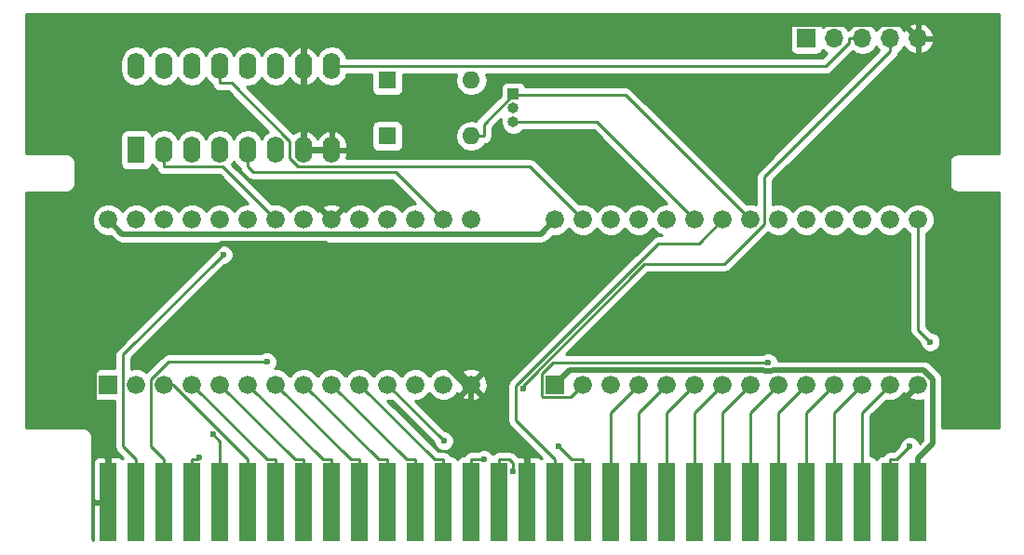
<source format=gtl>
G04 #@! TF.FileFunction,Copper,L1,Top,Signal*
%FSLAX46Y46*%
G04 Gerber Fmt 4.6, Leading zero omitted, Abs format (unit mm)*
G04 Created by KiCad (PCBNEW 4.0.7) date 05/30/18 10:11:05*
%MOMM*%
%LPD*%
G01*
G04 APERTURE LIST*
%ADD10C,0.150000*%
%ADD11R,1.676400X1.676400*%
%ADD12C,1.676400*%
%ADD13R,1.700000X1.700000*%
%ADD14O,1.700000X1.700000*%
%ADD15R,1.524000X7.112000*%
%ADD16R,1.000000X1.000000*%
%ADD17O,1.000000X1.000000*%
%ADD18R,1.600000X1.600000*%
%ADD19O,1.600000X1.600000*%
%ADD20R,1.600000X2.400000*%
%ADD21O,1.600000X2.400000*%
%ADD22C,0.600000*%
%ADD23C,0.500000*%
%ADD24C,0.250000*%
%ADD25C,0.254000*%
G04 APERTURE END LIST*
D10*
D11*
X95250000Y-105181400D03*
D12*
X97790000Y-105181400D03*
X100330000Y-105181400D03*
X102870000Y-105181400D03*
X105410000Y-105181400D03*
X107950000Y-105181400D03*
X110490000Y-105181400D03*
X113030000Y-105181400D03*
X115570000Y-105181400D03*
X118110000Y-105181400D03*
X120650000Y-105181400D03*
X123190000Y-105181400D03*
X125730000Y-105181400D03*
X128270000Y-105181400D03*
X128270000Y-90170000D03*
X125730000Y-90170000D03*
X123190000Y-90170000D03*
X120650000Y-90170000D03*
X118110000Y-90170000D03*
X115570000Y-90170000D03*
X113030000Y-90170000D03*
X110490000Y-90170000D03*
X107950000Y-90170000D03*
X105410000Y-90170000D03*
X102870000Y-90170000D03*
X100330000Y-90170000D03*
X97790000Y-90170000D03*
X95250000Y-90170000D03*
D11*
X135890000Y-105181400D03*
D12*
X138430000Y-105181400D03*
X140970000Y-105181400D03*
X143510000Y-105181400D03*
X146050000Y-105181400D03*
X148590000Y-105181400D03*
X151130000Y-105181400D03*
X153670000Y-105181400D03*
X156210000Y-105181400D03*
X158750000Y-105181400D03*
X161290000Y-105181400D03*
X163830000Y-105181400D03*
X166370000Y-105181400D03*
X168910000Y-105181400D03*
X168910000Y-90170000D03*
X166370000Y-90170000D03*
X163830000Y-90170000D03*
X161290000Y-90170000D03*
X158750000Y-90170000D03*
X156210000Y-90170000D03*
X153670000Y-90170000D03*
X151130000Y-90170000D03*
X148590000Y-90170000D03*
X146050000Y-90170000D03*
X143510000Y-90170000D03*
X140970000Y-90170000D03*
X138430000Y-90170000D03*
X135890000Y-90170000D03*
D13*
X158750000Y-73660000D03*
D14*
X161290000Y-73660000D03*
X163830000Y-73660000D03*
X166370000Y-73660000D03*
X168910000Y-73660000D03*
D15*
X168910000Y-115887500D03*
X166370000Y-115887500D03*
X163830000Y-115887500D03*
X161290000Y-115887500D03*
X158750000Y-115887500D03*
X156210000Y-115887500D03*
X153670000Y-115887500D03*
X151130000Y-115887500D03*
X148590000Y-115887500D03*
X146050000Y-115887500D03*
X143510000Y-115887500D03*
X140970000Y-115887500D03*
X138430000Y-115887500D03*
X135890000Y-115887500D03*
X133350000Y-115887500D03*
X130810000Y-115887500D03*
X128270000Y-115887500D03*
X125730000Y-115887500D03*
X123190000Y-115887500D03*
X120650000Y-115887500D03*
X118110000Y-115887500D03*
X115570000Y-115887500D03*
X113030000Y-115887500D03*
X110490000Y-115887500D03*
X107950000Y-115887500D03*
X105410000Y-115887500D03*
X102870000Y-115887500D03*
X100330000Y-115887500D03*
X97790000Y-115887500D03*
X95250000Y-115887500D03*
D16*
X132080000Y-78740000D03*
D17*
X132080000Y-80010000D03*
X132080000Y-81280000D03*
D18*
X120650000Y-77470000D03*
D19*
X128270000Y-77470000D03*
D18*
X120650000Y-82550000D03*
D19*
X128270000Y-82550000D03*
D20*
X97790000Y-83820000D03*
D21*
X115570000Y-76200000D03*
X100330000Y-83820000D03*
X113030000Y-76200000D03*
X102870000Y-83820000D03*
X110490000Y-76200000D03*
X105410000Y-83820000D03*
X107950000Y-76200000D03*
X107950000Y-83820000D03*
X105410000Y-76200000D03*
X110490000Y-83820000D03*
X102870000Y-76200000D03*
X113030000Y-83820000D03*
X100330000Y-76200000D03*
X115570000Y-83820000D03*
X97790000Y-76200000D03*
D22*
X125777300Y-110308700D03*
X114966100Y-92385600D03*
X109677300Y-103129200D03*
X105686300Y-93354600D03*
X103563100Y-111804100D03*
X104767000Y-109712700D03*
X155269100Y-103215500D03*
X168152300Y-110824600D03*
X170006500Y-101291800D03*
X129436800Y-112006200D03*
X132080000Y-113053000D03*
X132972200Y-105572600D03*
X136175100Y-110790800D03*
D23*
X134601400Y-91458600D02*
X135890000Y-90170000D01*
X96538600Y-91458600D02*
X134601400Y-91458600D01*
X95250000Y-90170000D02*
X96538600Y-91458600D01*
X168910000Y-115887500D02*
X168910000Y-111881200D01*
X170236500Y-110554700D02*
X168910000Y-111881200D01*
X170236500Y-104681100D02*
X170236500Y-110554700D01*
X169435700Y-103880300D02*
X170236500Y-104681100D01*
X155665500Y-103880300D02*
X169435700Y-103880300D01*
X155580000Y-103965800D02*
X155665500Y-103880300D01*
X154958300Y-103965800D02*
X155580000Y-103965800D01*
X154872800Y-103880300D02*
X154958300Y-103965800D01*
X137191100Y-103880300D02*
X154872800Y-103880300D01*
X135890000Y-105181400D02*
X137191100Y-103880300D01*
D24*
X107950000Y-115887500D02*
X107950000Y-112006200D01*
X101125200Y-105181400D02*
X100330000Y-105181400D01*
X107950000Y-112006200D02*
X101125200Y-105181400D01*
X109694800Y-112006200D02*
X102870000Y-105181400D01*
X110490000Y-112006200D02*
X109694800Y-112006200D01*
X110490000Y-115887500D02*
X110490000Y-112006200D01*
X113030000Y-115887500D02*
X113030000Y-112006200D01*
X112234800Y-112006200D02*
X113030000Y-112006200D01*
X105410000Y-105181400D02*
X112234800Y-112006200D01*
X114774800Y-112006200D02*
X107950000Y-105181400D01*
X115570000Y-112006200D02*
X114774800Y-112006200D01*
X115570000Y-115887500D02*
X115570000Y-112006200D01*
X117314800Y-112006200D02*
X110490000Y-105181400D01*
X118110000Y-112006200D02*
X117314800Y-112006200D01*
X118110000Y-115887500D02*
X118110000Y-112006200D01*
X119854800Y-112006200D02*
X113030000Y-105181400D01*
X120650000Y-112006200D02*
X119854800Y-112006200D01*
X120650000Y-115887500D02*
X120650000Y-112006200D01*
X122394800Y-112006200D02*
X115570000Y-105181400D01*
X123190000Y-112006200D02*
X122394800Y-112006200D01*
X123190000Y-115887500D02*
X123190000Y-112006200D01*
X124934800Y-112006200D02*
X118110000Y-105181400D01*
X125730000Y-112006200D02*
X124934800Y-112006200D01*
X125730000Y-115887500D02*
X125730000Y-112006200D01*
X120650000Y-105181400D02*
X125777300Y-110308700D01*
D23*
X115570000Y-83820000D02*
X113030000Y-83820000D01*
X113030000Y-83820000D02*
X113030000Y-76200000D01*
X167605000Y-72355000D02*
X168910000Y-73660000D01*
X115224700Y-72355000D02*
X167605000Y-72355000D01*
X113030000Y-74549700D02*
X115224700Y-72355000D01*
X113030000Y-76200000D02*
X113030000Y-74549700D01*
X133350000Y-115887500D02*
X133350000Y-111881200D01*
X128270000Y-106801200D02*
X133350000Y-111881200D01*
X128270000Y-105181400D02*
X128270000Y-106801200D01*
X127761900Y-105181400D02*
X128270000Y-105181400D01*
X114966100Y-92385600D02*
X127761900Y-105181400D01*
X95250000Y-115887500D02*
X95250000Y-111881200D01*
X93943900Y-110575100D02*
X95250000Y-111881200D01*
X93943900Y-104035900D02*
X93943900Y-110575100D01*
X105594200Y-92385600D02*
X93943900Y-104035900D01*
X114966100Y-92385600D02*
X105594200Y-92385600D01*
D24*
X107950000Y-83820000D02*
X107950000Y-85345300D01*
X121355600Y-85795600D02*
X125730000Y-90170000D01*
X108400300Y-85795600D02*
X121355600Y-85795600D01*
X107950000Y-85345300D02*
X108400300Y-85795600D01*
X100736000Y-103129200D02*
X109677300Y-103129200D01*
X99116300Y-104748900D02*
X100736000Y-103129200D01*
X99116300Y-110792500D02*
X99116300Y-104748900D01*
X100330000Y-112006200D02*
X99116300Y-110792500D01*
X100330000Y-115887500D02*
X100330000Y-112006200D01*
X105665300Y-85345300D02*
X110490000Y-90170000D01*
X100330000Y-85345300D02*
X105665300Y-85345300D01*
X100330000Y-83820000D02*
X100330000Y-85345300D01*
X96620500Y-102420400D02*
X105686300Y-93354600D01*
X96620500Y-110836700D02*
X96620500Y-102420400D01*
X97790000Y-112006200D02*
X96620500Y-110836700D01*
X97790000Y-115887500D02*
X97790000Y-112006200D01*
X102870000Y-115887500D02*
X102870000Y-112006200D01*
X103361000Y-112006200D02*
X103563100Y-111804100D01*
X102870000Y-112006200D02*
X103361000Y-112006200D01*
X105410000Y-110355700D02*
X104767000Y-109712700D01*
X105410000Y-115887500D02*
X105410000Y-110355700D01*
X137266400Y-106345000D02*
X138430000Y-105181400D01*
X134793000Y-106345000D02*
X137266400Y-106345000D01*
X134667600Y-106219600D02*
X134793000Y-106345000D01*
X134667600Y-104213700D02*
X134667600Y-106219600D01*
X135665800Y-103215500D02*
X134667600Y-104213700D01*
X155269100Y-103215500D02*
X135665800Y-103215500D01*
X140970000Y-107721400D02*
X143510000Y-105181400D01*
X140970000Y-115887500D02*
X140970000Y-107721400D01*
X143510000Y-107721400D02*
X146050000Y-105181400D01*
X143510000Y-115887500D02*
X143510000Y-107721400D01*
X146050000Y-107721400D02*
X148590000Y-105181400D01*
X146050000Y-115887500D02*
X146050000Y-107721400D01*
X148590000Y-107721400D02*
X151130000Y-105181400D01*
X148590000Y-115887500D02*
X148590000Y-107721400D01*
X151130000Y-107721400D02*
X153670000Y-105181400D01*
X151130000Y-115887500D02*
X151130000Y-107721400D01*
X153670000Y-107721400D02*
X156210000Y-105181400D01*
X153670000Y-115887500D02*
X153670000Y-107721400D01*
X156210000Y-107721400D02*
X158750000Y-105181400D01*
X156210000Y-115887500D02*
X156210000Y-107721400D01*
X158750000Y-107721400D02*
X161290000Y-105181400D01*
X158750000Y-115887500D02*
X158750000Y-107721400D01*
X161290000Y-107721400D02*
X163830000Y-105181400D01*
X161290000Y-115887500D02*
X161290000Y-107721400D01*
X163830000Y-107721400D02*
X166370000Y-105181400D01*
X163830000Y-115887500D02*
X163830000Y-107721400D01*
X166970700Y-112006200D02*
X168152300Y-110824600D01*
X166370000Y-112006200D02*
X166970700Y-112006200D01*
X168910000Y-100195300D02*
X168910000Y-90170000D01*
X170006500Y-101291800D02*
X168910000Y-100195300D01*
X166370000Y-115887500D02*
X166370000Y-112006200D01*
X128270000Y-82550000D02*
X129395300Y-82550000D01*
X132080000Y-78791300D02*
X132080000Y-78740000D01*
X129395300Y-81476000D02*
X132080000Y-78791300D01*
X129395300Y-82550000D02*
X129395300Y-81476000D01*
X142291300Y-78791300D02*
X153670000Y-90170000D01*
X132080000Y-78791300D02*
X142291300Y-78791300D01*
X135890000Y-115887500D02*
X135890000Y-112006200D01*
X132346900Y-108463100D02*
X135890000Y-112006200D01*
X132346900Y-105260600D02*
X132346900Y-108463100D01*
X145258000Y-92349500D02*
X132346900Y-105260600D01*
X148950500Y-92349500D02*
X145258000Y-92349500D01*
X151130000Y-90170000D02*
X148950500Y-92349500D01*
X139700000Y-81280000D02*
X148590000Y-90170000D01*
X132080000Y-81280000D02*
X139700000Y-81280000D01*
X133605300Y-85345300D02*
X138430000Y-90170000D01*
X112535800Y-85345300D02*
X133605300Y-85345300D01*
X111760000Y-84569500D02*
X112535800Y-85345300D01*
X111760000Y-83026700D02*
X111760000Y-84569500D01*
X106458600Y-77725300D02*
X111760000Y-83026700D01*
X105410000Y-77725300D02*
X106458600Y-77725300D01*
X105410000Y-76200000D02*
X105410000Y-77725300D01*
X162654700Y-74027300D02*
X162654700Y-73660000D01*
X160482000Y-76200000D02*
X162654700Y-74027300D01*
X115570000Y-76200000D02*
X160482000Y-76200000D01*
X163830000Y-73660000D02*
X162654700Y-73660000D01*
X128270000Y-115887500D02*
X128270000Y-112006200D01*
X129436800Y-112006200D02*
X128270000Y-112006200D01*
X132079900Y-113053000D02*
X132080000Y-113053000D01*
X132079900Y-112324700D02*
X132079900Y-113053000D01*
X131761400Y-112006200D02*
X132079900Y-112324700D01*
X130810000Y-112006200D02*
X131761400Y-112006200D01*
X166370000Y-73660000D02*
X166370000Y-74835300D01*
X130810000Y-115887500D02*
X130810000Y-112006200D01*
X154940000Y-86265300D02*
X166370000Y-74835300D01*
X154940000Y-90577600D02*
X154940000Y-86265300D01*
X151306200Y-94211400D02*
X154940000Y-90577600D01*
X144033000Y-94211400D02*
X151306200Y-94211400D01*
X132972200Y-105272200D02*
X144033000Y-94211400D01*
X132972200Y-105572600D02*
X132972200Y-105272200D01*
X138430000Y-115887500D02*
X138430000Y-112006200D01*
X137390500Y-112006200D02*
X138430000Y-112006200D01*
X136175100Y-110790800D02*
X137390500Y-112006200D01*
D25*
G36*
X176229100Y-84149100D02*
X172491100Y-84149100D01*
X172199495Y-84207104D01*
X171952285Y-84372285D01*
X171787104Y-84619495D01*
X171729100Y-84911100D01*
X171729100Y-86911100D01*
X171787104Y-87202705D01*
X171952285Y-87449915D01*
X172199495Y-87615096D01*
X172491100Y-87673100D01*
X176229100Y-87673100D01*
X176229100Y-109149100D01*
X171121500Y-109149100D01*
X171121500Y-104681105D01*
X171121501Y-104681100D01*
X171054133Y-104342425D01*
X171028775Y-104304474D01*
X170862290Y-104055310D01*
X170862287Y-104055308D01*
X170061490Y-103254510D01*
X169950576Y-103180400D01*
X169774375Y-103062667D01*
X169718184Y-103051490D01*
X169435700Y-102995299D01*
X169435695Y-102995300D01*
X156189787Y-102995300D01*
X156062217Y-102686557D01*
X155799427Y-102423308D01*
X155455899Y-102280662D01*
X155083933Y-102280338D01*
X154740157Y-102422383D01*
X154706982Y-102455500D01*
X136863702Y-102455500D01*
X144347802Y-94971400D01*
X151306200Y-94971400D01*
X151597039Y-94913548D01*
X151843601Y-94748801D01*
X155274398Y-91318004D01*
X155374409Y-91418190D01*
X155915677Y-91642944D01*
X156501752Y-91643455D01*
X157043411Y-91419647D01*
X157458190Y-91005591D01*
X157479775Y-90953608D01*
X157500353Y-91003411D01*
X157914409Y-91418190D01*
X158455677Y-91642944D01*
X159041752Y-91643455D01*
X159583411Y-91419647D01*
X159998190Y-91005591D01*
X160019775Y-90953608D01*
X160040353Y-91003411D01*
X160454409Y-91418190D01*
X160995677Y-91642944D01*
X161581752Y-91643455D01*
X162123411Y-91419647D01*
X162538190Y-91005591D01*
X162559775Y-90953608D01*
X162580353Y-91003411D01*
X162994409Y-91418190D01*
X163535677Y-91642944D01*
X164121752Y-91643455D01*
X164663411Y-91419647D01*
X165078190Y-91005591D01*
X165099775Y-90953608D01*
X165120353Y-91003411D01*
X165534409Y-91418190D01*
X166075677Y-91642944D01*
X166661752Y-91643455D01*
X167203411Y-91419647D01*
X167618190Y-91005591D01*
X167639775Y-90953608D01*
X167660353Y-91003411D01*
X168074409Y-91418190D01*
X168150000Y-91449578D01*
X168150000Y-100195300D01*
X168207852Y-100486139D01*
X168372599Y-100732701D01*
X169071378Y-101431480D01*
X169071338Y-101476967D01*
X169213383Y-101820743D01*
X169476173Y-102083992D01*
X169819701Y-102226638D01*
X170191667Y-102226962D01*
X170535443Y-102084917D01*
X170798692Y-101822127D01*
X170941338Y-101478599D01*
X170941662Y-101106633D01*
X170799617Y-100762857D01*
X170536827Y-100499608D01*
X170193299Y-100356962D01*
X170146423Y-100356921D01*
X169670000Y-99880498D01*
X169670000Y-91449980D01*
X169743411Y-91419647D01*
X170158190Y-91005591D01*
X170382944Y-90464323D01*
X170383455Y-89878248D01*
X170159647Y-89336589D01*
X169745591Y-88921810D01*
X169204323Y-88697056D01*
X168618248Y-88696545D01*
X168076589Y-88920353D01*
X167661810Y-89334409D01*
X167640225Y-89386392D01*
X167619647Y-89336589D01*
X167205591Y-88921810D01*
X166664323Y-88697056D01*
X166078248Y-88696545D01*
X165536589Y-88920353D01*
X165121810Y-89334409D01*
X165100225Y-89386392D01*
X165079647Y-89336589D01*
X164665591Y-88921810D01*
X164124323Y-88697056D01*
X163538248Y-88696545D01*
X162996589Y-88920353D01*
X162581810Y-89334409D01*
X162560225Y-89386392D01*
X162539647Y-89336589D01*
X162125591Y-88921810D01*
X161584323Y-88697056D01*
X160998248Y-88696545D01*
X160456589Y-88920353D01*
X160041810Y-89334409D01*
X160020225Y-89386392D01*
X159999647Y-89336589D01*
X159585591Y-88921810D01*
X159044323Y-88697056D01*
X158458248Y-88696545D01*
X157916589Y-88920353D01*
X157501810Y-89334409D01*
X157480225Y-89386392D01*
X157459647Y-89336589D01*
X157045591Y-88921810D01*
X156504323Y-88697056D01*
X155918248Y-88696545D01*
X155700000Y-88786723D01*
X155700000Y-86580102D01*
X166907401Y-75372701D01*
X167072148Y-75126139D01*
X167107598Y-74947923D01*
X167420054Y-74739147D01*
X167647702Y-74398447D01*
X167714817Y-74541358D01*
X168143076Y-74931645D01*
X168553110Y-75101476D01*
X168783000Y-74980155D01*
X168783000Y-73787000D01*
X169037000Y-73787000D01*
X169037000Y-74980155D01*
X169266890Y-75101476D01*
X169676924Y-74931645D01*
X170105183Y-74541358D01*
X170351486Y-74016892D01*
X170230819Y-73787000D01*
X169037000Y-73787000D01*
X168783000Y-73787000D01*
X168763000Y-73787000D01*
X168763000Y-73533000D01*
X168783000Y-73533000D01*
X168783000Y-72339845D01*
X169037000Y-72339845D01*
X169037000Y-73533000D01*
X170230819Y-73533000D01*
X170351486Y-73303108D01*
X170105183Y-72778642D01*
X169676924Y-72388355D01*
X169266890Y-72218524D01*
X169037000Y-72339845D01*
X168783000Y-72339845D01*
X168553110Y-72218524D01*
X168143076Y-72388355D01*
X167714817Y-72778642D01*
X167647702Y-72921553D01*
X167420054Y-72580853D01*
X166938285Y-72258946D01*
X166370000Y-72145907D01*
X165801715Y-72258946D01*
X165319946Y-72580853D01*
X165100000Y-72910026D01*
X164880054Y-72580853D01*
X164398285Y-72258946D01*
X163830000Y-72145907D01*
X163261715Y-72258946D01*
X162779946Y-72580853D01*
X162560000Y-72910026D01*
X162340054Y-72580853D01*
X161858285Y-72258946D01*
X161290000Y-72145907D01*
X160721715Y-72258946D01*
X160239946Y-72580853D01*
X160212150Y-72622452D01*
X160203162Y-72574683D01*
X160064090Y-72358559D01*
X159851890Y-72213569D01*
X159600000Y-72162560D01*
X157900000Y-72162560D01*
X157664683Y-72206838D01*
X157448559Y-72345910D01*
X157303569Y-72558110D01*
X157252560Y-72810000D01*
X157252560Y-74510000D01*
X157296838Y-74745317D01*
X157435910Y-74961441D01*
X157648110Y-75106431D01*
X157900000Y-75157440D01*
X159600000Y-75157440D01*
X159835317Y-75113162D01*
X160051441Y-74974090D01*
X160196431Y-74761890D01*
X160210086Y-74694459D01*
X160239946Y-74739147D01*
X160616468Y-74990730D01*
X160167198Y-75440000D01*
X116940542Y-75440000D01*
X116895767Y-75214899D01*
X116584698Y-74749352D01*
X116119151Y-74438283D01*
X115570000Y-74329050D01*
X115020849Y-74438283D01*
X114555302Y-74749352D01*
X114302493Y-75127707D01*
X113954896Y-74695500D01*
X113461819Y-74425633D01*
X113379039Y-74408096D01*
X113157000Y-74530085D01*
X113157000Y-76073000D01*
X113177000Y-76073000D01*
X113177000Y-76327000D01*
X113157000Y-76327000D01*
X113157000Y-77869915D01*
X113379039Y-77991904D01*
X113461819Y-77974367D01*
X113954896Y-77704500D01*
X114302493Y-77272293D01*
X114555302Y-77650648D01*
X115020849Y-77961717D01*
X115570000Y-78070950D01*
X116119151Y-77961717D01*
X116584698Y-77650648D01*
X116895767Y-77185101D01*
X116940542Y-76960000D01*
X119202560Y-76960000D01*
X119202560Y-78270000D01*
X119246838Y-78505317D01*
X119385910Y-78721441D01*
X119598110Y-78866431D01*
X119850000Y-78917440D01*
X121450000Y-78917440D01*
X121685317Y-78873162D01*
X121901441Y-78734090D01*
X122046431Y-78521890D01*
X122097440Y-78270000D01*
X122097440Y-76960000D01*
X126908332Y-76960000D01*
X126806887Y-77470000D01*
X126916120Y-78019151D01*
X127227189Y-78484698D01*
X127692736Y-78795767D01*
X128241887Y-78905000D01*
X128298113Y-78905000D01*
X128847264Y-78795767D01*
X129312811Y-78484698D01*
X129623880Y-78019151D01*
X129733113Y-77470000D01*
X129631668Y-76960000D01*
X160482000Y-76960000D01*
X160772839Y-76902148D01*
X161019401Y-76737401D01*
X162922442Y-74834360D01*
X163261715Y-75061054D01*
X163830000Y-75174093D01*
X164398285Y-75061054D01*
X164880054Y-74739147D01*
X165100000Y-74409974D01*
X165319946Y-74739147D01*
X165362750Y-74767748D01*
X154402599Y-85727899D01*
X154237852Y-85974461D01*
X154180000Y-86265300D01*
X154180000Y-88786613D01*
X153964323Y-88697056D01*
X153378248Y-88696545D01*
X153302603Y-88727801D01*
X142828701Y-78253899D01*
X142582139Y-78089152D01*
X142291300Y-78031300D01*
X133188170Y-78031300D01*
X133183162Y-78004683D01*
X133044090Y-77788559D01*
X132831890Y-77643569D01*
X132580000Y-77592560D01*
X131580000Y-77592560D01*
X131344683Y-77636838D01*
X131128559Y-77775910D01*
X130983569Y-77988110D01*
X130932560Y-78240000D01*
X130932560Y-78863938D01*
X128857899Y-80938599D01*
X128693152Y-81185161D01*
X128691541Y-81193258D01*
X128298113Y-81115000D01*
X128241887Y-81115000D01*
X127692736Y-81224233D01*
X127227189Y-81535302D01*
X126916120Y-82000849D01*
X126806887Y-82550000D01*
X126916120Y-83099151D01*
X127227189Y-83564698D01*
X127692736Y-83875767D01*
X128241887Y-83985000D01*
X128298113Y-83985000D01*
X128847264Y-83875767D01*
X129312811Y-83564698D01*
X129496437Y-83289882D01*
X129686139Y-83252148D01*
X129932701Y-83087401D01*
X130097448Y-82840839D01*
X130155300Y-82550000D01*
X130155300Y-81790802D01*
X130986494Y-80959608D01*
X130922764Y-81280000D01*
X131009161Y-81714346D01*
X131255198Y-82082566D01*
X131623418Y-82328603D01*
X132057764Y-82415000D01*
X132102236Y-82415000D01*
X132536582Y-82328603D01*
X132904802Y-82082566D01*
X132933244Y-82040000D01*
X139385198Y-82040000D01*
X146041990Y-88696792D01*
X145758248Y-88696545D01*
X145216589Y-88920353D01*
X144801810Y-89334409D01*
X144780225Y-89386392D01*
X144759647Y-89336589D01*
X144345591Y-88921810D01*
X143804323Y-88697056D01*
X143218248Y-88696545D01*
X142676589Y-88920353D01*
X142261810Y-89334409D01*
X142240225Y-89386392D01*
X142219647Y-89336589D01*
X141805591Y-88921810D01*
X141264323Y-88697056D01*
X140678248Y-88696545D01*
X140136589Y-88920353D01*
X139721810Y-89334409D01*
X139700225Y-89386392D01*
X139679647Y-89336589D01*
X139265591Y-88921810D01*
X138724323Y-88697056D01*
X138138248Y-88696545D01*
X138062603Y-88727801D01*
X134142701Y-84807899D01*
X133896139Y-84643152D01*
X133605300Y-84585300D01*
X116935282Y-84585300D01*
X117005000Y-84347000D01*
X117005000Y-83947000D01*
X115697000Y-83947000D01*
X115697000Y-83967000D01*
X115443000Y-83967000D01*
X115443000Y-83947000D01*
X113157000Y-83947000D01*
X113157000Y-83967000D01*
X112903000Y-83967000D01*
X112903000Y-83947000D01*
X112883000Y-83947000D01*
X112883000Y-83693000D01*
X112903000Y-83693000D01*
X112903000Y-82150085D01*
X113157000Y-82150085D01*
X113157000Y-83693000D01*
X115443000Y-83693000D01*
X115443000Y-82150085D01*
X115697000Y-82150085D01*
X115697000Y-83693000D01*
X117005000Y-83693000D01*
X117005000Y-83293000D01*
X116847166Y-82753517D01*
X116494896Y-82315500D01*
X116001819Y-82045633D01*
X115919039Y-82028096D01*
X115697000Y-82150085D01*
X115443000Y-82150085D01*
X115220961Y-82028096D01*
X115138181Y-82045633D01*
X114645104Y-82315500D01*
X114300000Y-82744607D01*
X113954896Y-82315500D01*
X113461819Y-82045633D01*
X113379039Y-82028096D01*
X113157000Y-82150085D01*
X112903000Y-82150085D01*
X112680961Y-82028096D01*
X112598181Y-82045633D01*
X112117059Y-82308957D01*
X111558102Y-81750000D01*
X119202560Y-81750000D01*
X119202560Y-83350000D01*
X119246838Y-83585317D01*
X119385910Y-83801441D01*
X119598110Y-83946431D01*
X119850000Y-83997440D01*
X121450000Y-83997440D01*
X121685317Y-83953162D01*
X121901441Y-83814090D01*
X122046431Y-83601890D01*
X122097440Y-83350000D01*
X122097440Y-81750000D01*
X122053162Y-81514683D01*
X121914090Y-81298559D01*
X121701890Y-81153569D01*
X121450000Y-81102560D01*
X119850000Y-81102560D01*
X119614683Y-81146838D01*
X119398559Y-81285910D01*
X119253569Y-81498110D01*
X119202560Y-81750000D01*
X111558102Y-81750000D01*
X107861435Y-78053333D01*
X107950000Y-78070950D01*
X108499151Y-77961717D01*
X108964698Y-77650648D01*
X109220000Y-77268562D01*
X109475302Y-77650648D01*
X109940849Y-77961717D01*
X110490000Y-78070950D01*
X111039151Y-77961717D01*
X111504698Y-77650648D01*
X111757507Y-77272293D01*
X112105104Y-77704500D01*
X112598181Y-77974367D01*
X112680961Y-77991904D01*
X112903000Y-77869915D01*
X112903000Y-76327000D01*
X112883000Y-76327000D01*
X112883000Y-76073000D01*
X112903000Y-76073000D01*
X112903000Y-74530085D01*
X112680961Y-74408096D01*
X112598181Y-74425633D01*
X112105104Y-74695500D01*
X111757507Y-75127707D01*
X111504698Y-74749352D01*
X111039151Y-74438283D01*
X110490000Y-74329050D01*
X109940849Y-74438283D01*
X109475302Y-74749352D01*
X109220000Y-75131438D01*
X108964698Y-74749352D01*
X108499151Y-74438283D01*
X107950000Y-74329050D01*
X107400849Y-74438283D01*
X106935302Y-74749352D01*
X106680000Y-75131438D01*
X106424698Y-74749352D01*
X105959151Y-74438283D01*
X105410000Y-74329050D01*
X104860849Y-74438283D01*
X104395302Y-74749352D01*
X104140000Y-75131438D01*
X103884698Y-74749352D01*
X103419151Y-74438283D01*
X102870000Y-74329050D01*
X102320849Y-74438283D01*
X101855302Y-74749352D01*
X101600000Y-75131438D01*
X101344698Y-74749352D01*
X100879151Y-74438283D01*
X100330000Y-74329050D01*
X99780849Y-74438283D01*
X99315302Y-74749352D01*
X99060000Y-75131438D01*
X98804698Y-74749352D01*
X98339151Y-74438283D01*
X97790000Y-74329050D01*
X97240849Y-74438283D01*
X96775302Y-74749352D01*
X96464233Y-75214899D01*
X96355000Y-75764050D01*
X96355000Y-76635950D01*
X96464233Y-77185101D01*
X96775302Y-77650648D01*
X97240849Y-77961717D01*
X97790000Y-78070950D01*
X98339151Y-77961717D01*
X98804698Y-77650648D01*
X99060000Y-77268562D01*
X99315302Y-77650648D01*
X99780849Y-77961717D01*
X100330000Y-78070950D01*
X100879151Y-77961717D01*
X101344698Y-77650648D01*
X101600000Y-77268562D01*
X101855302Y-77650648D01*
X102320849Y-77961717D01*
X102870000Y-78070950D01*
X103419151Y-77961717D01*
X103884698Y-77650648D01*
X104140000Y-77268562D01*
X104395302Y-77650648D01*
X104671915Y-77835475D01*
X104707852Y-78016139D01*
X104872599Y-78262701D01*
X105119161Y-78427448D01*
X105410000Y-78485300D01*
X106143798Y-78485300D01*
X109806530Y-82148032D01*
X109475302Y-82369352D01*
X109220000Y-82751438D01*
X108964698Y-82369352D01*
X108499151Y-82058283D01*
X107950000Y-81949050D01*
X107400849Y-82058283D01*
X106935302Y-82369352D01*
X106680000Y-82751438D01*
X106424698Y-82369352D01*
X105959151Y-82058283D01*
X105410000Y-81949050D01*
X104860849Y-82058283D01*
X104395302Y-82369352D01*
X104140000Y-82751438D01*
X103884698Y-82369352D01*
X103419151Y-82058283D01*
X102870000Y-81949050D01*
X102320849Y-82058283D01*
X101855302Y-82369352D01*
X101600000Y-82751438D01*
X101344698Y-82369352D01*
X100879151Y-82058283D01*
X100330000Y-81949050D01*
X99780849Y-82058283D01*
X99315302Y-82369352D01*
X99217749Y-82515350D01*
X99193162Y-82384683D01*
X99054090Y-82168559D01*
X98841890Y-82023569D01*
X98590000Y-81972560D01*
X96990000Y-81972560D01*
X96754683Y-82016838D01*
X96538559Y-82155910D01*
X96393569Y-82368110D01*
X96342560Y-82620000D01*
X96342560Y-85020000D01*
X96386838Y-85255317D01*
X96525910Y-85471441D01*
X96738110Y-85616431D01*
X96990000Y-85667440D01*
X98590000Y-85667440D01*
X98825317Y-85623162D01*
X99041441Y-85484090D01*
X99186431Y-85271890D01*
X99216597Y-85122926D01*
X99315302Y-85270648D01*
X99591915Y-85455475D01*
X99627852Y-85636139D01*
X99792599Y-85882701D01*
X100039161Y-86047448D01*
X100330000Y-86105300D01*
X105350498Y-86105300D01*
X107941990Y-88696792D01*
X107658248Y-88696545D01*
X107116589Y-88920353D01*
X106701810Y-89334409D01*
X106680225Y-89386392D01*
X106659647Y-89336589D01*
X106245591Y-88921810D01*
X105704323Y-88697056D01*
X105118248Y-88696545D01*
X104576589Y-88920353D01*
X104161810Y-89334409D01*
X104140225Y-89386392D01*
X104119647Y-89336589D01*
X103705591Y-88921810D01*
X103164323Y-88697056D01*
X102578248Y-88696545D01*
X102036589Y-88920353D01*
X101621810Y-89334409D01*
X101600225Y-89386392D01*
X101579647Y-89336589D01*
X101165591Y-88921810D01*
X100624323Y-88697056D01*
X100038248Y-88696545D01*
X99496589Y-88920353D01*
X99081810Y-89334409D01*
X99060225Y-89386392D01*
X99039647Y-89336589D01*
X98625591Y-88921810D01*
X98084323Y-88697056D01*
X97498248Y-88696545D01*
X96956589Y-88920353D01*
X96541810Y-89334409D01*
X96520225Y-89386392D01*
X96499647Y-89336589D01*
X96085591Y-88921810D01*
X95544323Y-88697056D01*
X94958248Y-88696545D01*
X94416589Y-88920353D01*
X94001810Y-89334409D01*
X93777056Y-89875677D01*
X93776545Y-90461752D01*
X94000353Y-91003411D01*
X94414409Y-91418190D01*
X94955677Y-91642944D01*
X95471815Y-91643394D01*
X95912808Y-92084387D01*
X95912810Y-92084390D01*
X96104654Y-92212575D01*
X96199926Y-92276234D01*
X96538600Y-92343601D01*
X96538605Y-92343600D01*
X134601395Y-92343600D01*
X134601400Y-92343601D01*
X134883884Y-92287410D01*
X134940075Y-92276233D01*
X135227190Y-92084390D01*
X135668572Y-91643008D01*
X136181752Y-91643455D01*
X136723411Y-91419647D01*
X137138190Y-91005591D01*
X137159775Y-90953608D01*
X137180353Y-91003411D01*
X137594409Y-91418190D01*
X138135677Y-91642944D01*
X138721752Y-91643455D01*
X139263411Y-91419647D01*
X139678190Y-91005591D01*
X139699775Y-90953608D01*
X139720353Y-91003411D01*
X140134409Y-91418190D01*
X140675677Y-91642944D01*
X141261752Y-91643455D01*
X141803411Y-91419647D01*
X142218190Y-91005591D01*
X142239775Y-90953608D01*
X142260353Y-91003411D01*
X142674409Y-91418190D01*
X143215677Y-91642944D01*
X143801752Y-91643455D01*
X144343411Y-91419647D01*
X144758190Y-91005591D01*
X144779775Y-90953608D01*
X144800353Y-91003411D01*
X145214409Y-91418190D01*
X145626969Y-91589500D01*
X145258000Y-91589500D01*
X144967161Y-91647352D01*
X144720599Y-91812099D01*
X131809499Y-104723199D01*
X131644752Y-104969761D01*
X131586900Y-105260600D01*
X131586900Y-108463100D01*
X131644752Y-108753939D01*
X131809499Y-109000501D01*
X134676498Y-111867500D01*
X134623536Y-111945011D01*
X134471699Y-111793173D01*
X134238310Y-111696500D01*
X133635750Y-111696500D01*
X133477000Y-111855250D01*
X133477000Y-115760500D01*
X133497000Y-115760500D01*
X133497000Y-116014500D01*
X133477000Y-116014500D01*
X133477000Y-116034500D01*
X133223000Y-116034500D01*
X133223000Y-116014500D01*
X133203000Y-116014500D01*
X133203000Y-115760500D01*
X133223000Y-115760500D01*
X133223000Y-111855250D01*
X133064250Y-111696500D01*
X132526502Y-111696500D01*
X132298801Y-111468799D01*
X132052239Y-111304052D01*
X131761400Y-111246200D01*
X130810000Y-111246200D01*
X130519161Y-111304052D01*
X130272599Y-111468799D01*
X130244066Y-111511501D01*
X130229917Y-111477257D01*
X129967127Y-111214008D01*
X129623599Y-111071362D01*
X129251633Y-111071038D01*
X128907857Y-111213083D01*
X128874682Y-111246200D01*
X128270000Y-111246200D01*
X127979161Y-111304052D01*
X127732599Y-111468799D01*
X127588767Y-111684060D01*
X127508000Y-111684060D01*
X127272683Y-111728338D01*
X127056559Y-111867410D01*
X127000626Y-111949270D01*
X126956090Y-111880059D01*
X126743890Y-111735069D01*
X126492000Y-111684060D01*
X126411233Y-111684060D01*
X126267401Y-111468799D01*
X126020839Y-111304052D01*
X125730000Y-111246200D01*
X125249602Y-111246200D01*
X120658010Y-106654608D01*
X120941752Y-106654855D01*
X121017397Y-106623599D01*
X124842178Y-110448380D01*
X124842138Y-110493867D01*
X124984183Y-110837643D01*
X125246973Y-111100892D01*
X125590501Y-111243538D01*
X125962467Y-111243862D01*
X126306243Y-111101817D01*
X126569492Y-110839027D01*
X126712138Y-110495499D01*
X126712462Y-110123533D01*
X126570417Y-109779757D01*
X126307627Y-109516508D01*
X125964099Y-109373862D01*
X125917223Y-109373821D01*
X123198010Y-106654608D01*
X123481752Y-106654855D01*
X124023411Y-106431047D01*
X124438190Y-106016991D01*
X124459775Y-105965008D01*
X124480353Y-106014811D01*
X124894409Y-106429590D01*
X125435677Y-106654344D01*
X126021752Y-106654855D01*
X126563411Y-106431047D01*
X126778019Y-106216813D01*
X127414192Y-106216813D01*
X127493017Y-106466890D01*
X128044097Y-106666377D01*
X128629569Y-106639789D01*
X129046983Y-106466890D01*
X129125808Y-106216813D01*
X128270000Y-105361005D01*
X127414192Y-106216813D01*
X126778019Y-106216813D01*
X126978190Y-106016991D01*
X127000441Y-105963405D01*
X127234587Y-106037208D01*
X128090395Y-105181400D01*
X128449605Y-105181400D01*
X129305413Y-106037208D01*
X129555490Y-105958383D01*
X129754977Y-105407303D01*
X129728389Y-104821831D01*
X129555490Y-104404417D01*
X129305413Y-104325592D01*
X128449605Y-105181400D01*
X128090395Y-105181400D01*
X127234587Y-104325592D01*
X127000836Y-104399271D01*
X126979647Y-104347989D01*
X126777998Y-104145987D01*
X127414192Y-104145987D01*
X128270000Y-105001795D01*
X129125808Y-104145987D01*
X129046983Y-103895910D01*
X128495903Y-103696423D01*
X127910431Y-103723011D01*
X127493017Y-103895910D01*
X127414192Y-104145987D01*
X126777998Y-104145987D01*
X126565591Y-103933210D01*
X126024323Y-103708456D01*
X125438248Y-103707945D01*
X124896589Y-103931753D01*
X124481810Y-104345809D01*
X124460225Y-104397792D01*
X124439647Y-104347989D01*
X124025591Y-103933210D01*
X123484323Y-103708456D01*
X122898248Y-103707945D01*
X122356589Y-103931753D01*
X121941810Y-104345809D01*
X121920225Y-104397792D01*
X121899647Y-104347989D01*
X121485591Y-103933210D01*
X120944323Y-103708456D01*
X120358248Y-103707945D01*
X119816589Y-103931753D01*
X119401810Y-104345809D01*
X119380225Y-104397792D01*
X119359647Y-104347989D01*
X118945591Y-103933210D01*
X118404323Y-103708456D01*
X117818248Y-103707945D01*
X117276589Y-103931753D01*
X116861810Y-104345809D01*
X116840225Y-104397792D01*
X116819647Y-104347989D01*
X116405591Y-103933210D01*
X115864323Y-103708456D01*
X115278248Y-103707945D01*
X114736589Y-103931753D01*
X114321810Y-104345809D01*
X114300225Y-104397792D01*
X114279647Y-104347989D01*
X113865591Y-103933210D01*
X113324323Y-103708456D01*
X112738248Y-103707945D01*
X112196589Y-103931753D01*
X111781810Y-104345809D01*
X111760225Y-104397792D01*
X111739647Y-104347989D01*
X111325591Y-103933210D01*
X110784323Y-103708456D01*
X110420795Y-103708139D01*
X110469492Y-103659527D01*
X110612138Y-103315999D01*
X110612462Y-102944033D01*
X110470417Y-102600257D01*
X110207627Y-102337008D01*
X109864099Y-102194362D01*
X109492133Y-102194038D01*
X109148357Y-102336083D01*
X109115182Y-102369200D01*
X100736000Y-102369200D01*
X100445161Y-102427052D01*
X100198599Y-102591799D01*
X98741288Y-104049110D01*
X98625591Y-103933210D01*
X98084323Y-103708456D01*
X97498248Y-103707945D01*
X97380500Y-103756597D01*
X97380500Y-102735202D01*
X105825980Y-94289722D01*
X105871467Y-94289762D01*
X106215243Y-94147717D01*
X106478492Y-93884927D01*
X106621138Y-93541399D01*
X106621462Y-93169433D01*
X106479417Y-92825657D01*
X106216627Y-92562408D01*
X105873099Y-92419762D01*
X105501133Y-92419438D01*
X105157357Y-92561483D01*
X104894108Y-92824273D01*
X104751462Y-93167801D01*
X104751421Y-93214677D01*
X96083099Y-101882999D01*
X95918352Y-102129561D01*
X95860500Y-102420400D01*
X95860500Y-103695760D01*
X94411800Y-103695760D01*
X94176483Y-103740038D01*
X93960359Y-103879110D01*
X93815369Y-104091310D01*
X93764360Y-104343200D01*
X93764360Y-106019600D01*
X93808638Y-106254917D01*
X93947710Y-106471041D01*
X94159910Y-106616031D01*
X94411800Y-106667040D01*
X95860500Y-106667040D01*
X95860500Y-110836700D01*
X95918352Y-111127539D01*
X96083099Y-111374101D01*
X96576498Y-111867500D01*
X96523536Y-111945011D01*
X96371699Y-111793173D01*
X96138310Y-111696500D01*
X95535750Y-111696500D01*
X95377000Y-111855250D01*
X95377000Y-115760500D01*
X95397000Y-115760500D01*
X95397000Y-116014500D01*
X95377000Y-116014500D01*
X95377000Y-116034500D01*
X95123000Y-116034500D01*
X95123000Y-116014500D01*
X94011750Y-116014500D01*
X93853000Y-116173250D01*
X93853000Y-119376914D01*
X93793993Y-119288604D01*
X93753100Y-119083022D01*
X93753100Y-112205191D01*
X93853000Y-112205191D01*
X93853000Y-115601750D01*
X94011750Y-115760500D01*
X95123000Y-115760500D01*
X95123000Y-111855250D01*
X94964250Y-111696500D01*
X94361690Y-111696500D01*
X94128301Y-111793173D01*
X93949673Y-111971802D01*
X93853000Y-112205191D01*
X93753100Y-112205191D01*
X93753100Y-109911100D01*
X93695096Y-109619495D01*
X93529915Y-109372285D01*
X93282705Y-109207104D01*
X92991100Y-109149100D01*
X87753100Y-109149100D01*
X87753100Y-87673100D01*
X91491100Y-87673100D01*
X91782705Y-87615096D01*
X92029915Y-87449915D01*
X92195096Y-87202705D01*
X92253100Y-86911100D01*
X92253100Y-84911100D01*
X92195096Y-84619495D01*
X92029915Y-84372285D01*
X91782705Y-84207104D01*
X91491100Y-84149100D01*
X87753100Y-84149100D01*
X87753100Y-71443100D01*
X176229100Y-71443100D01*
X176229100Y-84149100D01*
X176229100Y-84149100D01*
G37*
X176229100Y-84149100D02*
X172491100Y-84149100D01*
X172199495Y-84207104D01*
X171952285Y-84372285D01*
X171787104Y-84619495D01*
X171729100Y-84911100D01*
X171729100Y-86911100D01*
X171787104Y-87202705D01*
X171952285Y-87449915D01*
X172199495Y-87615096D01*
X172491100Y-87673100D01*
X176229100Y-87673100D01*
X176229100Y-109149100D01*
X171121500Y-109149100D01*
X171121500Y-104681105D01*
X171121501Y-104681100D01*
X171054133Y-104342425D01*
X171028775Y-104304474D01*
X170862290Y-104055310D01*
X170862287Y-104055308D01*
X170061490Y-103254510D01*
X169950576Y-103180400D01*
X169774375Y-103062667D01*
X169718184Y-103051490D01*
X169435700Y-102995299D01*
X169435695Y-102995300D01*
X156189787Y-102995300D01*
X156062217Y-102686557D01*
X155799427Y-102423308D01*
X155455899Y-102280662D01*
X155083933Y-102280338D01*
X154740157Y-102422383D01*
X154706982Y-102455500D01*
X136863702Y-102455500D01*
X144347802Y-94971400D01*
X151306200Y-94971400D01*
X151597039Y-94913548D01*
X151843601Y-94748801D01*
X155274398Y-91318004D01*
X155374409Y-91418190D01*
X155915677Y-91642944D01*
X156501752Y-91643455D01*
X157043411Y-91419647D01*
X157458190Y-91005591D01*
X157479775Y-90953608D01*
X157500353Y-91003411D01*
X157914409Y-91418190D01*
X158455677Y-91642944D01*
X159041752Y-91643455D01*
X159583411Y-91419647D01*
X159998190Y-91005591D01*
X160019775Y-90953608D01*
X160040353Y-91003411D01*
X160454409Y-91418190D01*
X160995677Y-91642944D01*
X161581752Y-91643455D01*
X162123411Y-91419647D01*
X162538190Y-91005591D01*
X162559775Y-90953608D01*
X162580353Y-91003411D01*
X162994409Y-91418190D01*
X163535677Y-91642944D01*
X164121752Y-91643455D01*
X164663411Y-91419647D01*
X165078190Y-91005591D01*
X165099775Y-90953608D01*
X165120353Y-91003411D01*
X165534409Y-91418190D01*
X166075677Y-91642944D01*
X166661752Y-91643455D01*
X167203411Y-91419647D01*
X167618190Y-91005591D01*
X167639775Y-90953608D01*
X167660353Y-91003411D01*
X168074409Y-91418190D01*
X168150000Y-91449578D01*
X168150000Y-100195300D01*
X168207852Y-100486139D01*
X168372599Y-100732701D01*
X169071378Y-101431480D01*
X169071338Y-101476967D01*
X169213383Y-101820743D01*
X169476173Y-102083992D01*
X169819701Y-102226638D01*
X170191667Y-102226962D01*
X170535443Y-102084917D01*
X170798692Y-101822127D01*
X170941338Y-101478599D01*
X170941662Y-101106633D01*
X170799617Y-100762857D01*
X170536827Y-100499608D01*
X170193299Y-100356962D01*
X170146423Y-100356921D01*
X169670000Y-99880498D01*
X169670000Y-91449980D01*
X169743411Y-91419647D01*
X170158190Y-91005591D01*
X170382944Y-90464323D01*
X170383455Y-89878248D01*
X170159647Y-89336589D01*
X169745591Y-88921810D01*
X169204323Y-88697056D01*
X168618248Y-88696545D01*
X168076589Y-88920353D01*
X167661810Y-89334409D01*
X167640225Y-89386392D01*
X167619647Y-89336589D01*
X167205591Y-88921810D01*
X166664323Y-88697056D01*
X166078248Y-88696545D01*
X165536589Y-88920353D01*
X165121810Y-89334409D01*
X165100225Y-89386392D01*
X165079647Y-89336589D01*
X164665591Y-88921810D01*
X164124323Y-88697056D01*
X163538248Y-88696545D01*
X162996589Y-88920353D01*
X162581810Y-89334409D01*
X162560225Y-89386392D01*
X162539647Y-89336589D01*
X162125591Y-88921810D01*
X161584323Y-88697056D01*
X160998248Y-88696545D01*
X160456589Y-88920353D01*
X160041810Y-89334409D01*
X160020225Y-89386392D01*
X159999647Y-89336589D01*
X159585591Y-88921810D01*
X159044323Y-88697056D01*
X158458248Y-88696545D01*
X157916589Y-88920353D01*
X157501810Y-89334409D01*
X157480225Y-89386392D01*
X157459647Y-89336589D01*
X157045591Y-88921810D01*
X156504323Y-88697056D01*
X155918248Y-88696545D01*
X155700000Y-88786723D01*
X155700000Y-86580102D01*
X166907401Y-75372701D01*
X167072148Y-75126139D01*
X167107598Y-74947923D01*
X167420054Y-74739147D01*
X167647702Y-74398447D01*
X167714817Y-74541358D01*
X168143076Y-74931645D01*
X168553110Y-75101476D01*
X168783000Y-74980155D01*
X168783000Y-73787000D01*
X169037000Y-73787000D01*
X169037000Y-74980155D01*
X169266890Y-75101476D01*
X169676924Y-74931645D01*
X170105183Y-74541358D01*
X170351486Y-74016892D01*
X170230819Y-73787000D01*
X169037000Y-73787000D01*
X168783000Y-73787000D01*
X168763000Y-73787000D01*
X168763000Y-73533000D01*
X168783000Y-73533000D01*
X168783000Y-72339845D01*
X169037000Y-72339845D01*
X169037000Y-73533000D01*
X170230819Y-73533000D01*
X170351486Y-73303108D01*
X170105183Y-72778642D01*
X169676924Y-72388355D01*
X169266890Y-72218524D01*
X169037000Y-72339845D01*
X168783000Y-72339845D01*
X168553110Y-72218524D01*
X168143076Y-72388355D01*
X167714817Y-72778642D01*
X167647702Y-72921553D01*
X167420054Y-72580853D01*
X166938285Y-72258946D01*
X166370000Y-72145907D01*
X165801715Y-72258946D01*
X165319946Y-72580853D01*
X165100000Y-72910026D01*
X164880054Y-72580853D01*
X164398285Y-72258946D01*
X163830000Y-72145907D01*
X163261715Y-72258946D01*
X162779946Y-72580853D01*
X162560000Y-72910026D01*
X162340054Y-72580853D01*
X161858285Y-72258946D01*
X161290000Y-72145907D01*
X160721715Y-72258946D01*
X160239946Y-72580853D01*
X160212150Y-72622452D01*
X160203162Y-72574683D01*
X160064090Y-72358559D01*
X159851890Y-72213569D01*
X159600000Y-72162560D01*
X157900000Y-72162560D01*
X157664683Y-72206838D01*
X157448559Y-72345910D01*
X157303569Y-72558110D01*
X157252560Y-72810000D01*
X157252560Y-74510000D01*
X157296838Y-74745317D01*
X157435910Y-74961441D01*
X157648110Y-75106431D01*
X157900000Y-75157440D01*
X159600000Y-75157440D01*
X159835317Y-75113162D01*
X160051441Y-74974090D01*
X160196431Y-74761890D01*
X160210086Y-74694459D01*
X160239946Y-74739147D01*
X160616468Y-74990730D01*
X160167198Y-75440000D01*
X116940542Y-75440000D01*
X116895767Y-75214899D01*
X116584698Y-74749352D01*
X116119151Y-74438283D01*
X115570000Y-74329050D01*
X115020849Y-74438283D01*
X114555302Y-74749352D01*
X114302493Y-75127707D01*
X113954896Y-74695500D01*
X113461819Y-74425633D01*
X113379039Y-74408096D01*
X113157000Y-74530085D01*
X113157000Y-76073000D01*
X113177000Y-76073000D01*
X113177000Y-76327000D01*
X113157000Y-76327000D01*
X113157000Y-77869915D01*
X113379039Y-77991904D01*
X113461819Y-77974367D01*
X113954896Y-77704500D01*
X114302493Y-77272293D01*
X114555302Y-77650648D01*
X115020849Y-77961717D01*
X115570000Y-78070950D01*
X116119151Y-77961717D01*
X116584698Y-77650648D01*
X116895767Y-77185101D01*
X116940542Y-76960000D01*
X119202560Y-76960000D01*
X119202560Y-78270000D01*
X119246838Y-78505317D01*
X119385910Y-78721441D01*
X119598110Y-78866431D01*
X119850000Y-78917440D01*
X121450000Y-78917440D01*
X121685317Y-78873162D01*
X121901441Y-78734090D01*
X122046431Y-78521890D01*
X122097440Y-78270000D01*
X122097440Y-76960000D01*
X126908332Y-76960000D01*
X126806887Y-77470000D01*
X126916120Y-78019151D01*
X127227189Y-78484698D01*
X127692736Y-78795767D01*
X128241887Y-78905000D01*
X128298113Y-78905000D01*
X128847264Y-78795767D01*
X129312811Y-78484698D01*
X129623880Y-78019151D01*
X129733113Y-77470000D01*
X129631668Y-76960000D01*
X160482000Y-76960000D01*
X160772839Y-76902148D01*
X161019401Y-76737401D01*
X162922442Y-74834360D01*
X163261715Y-75061054D01*
X163830000Y-75174093D01*
X164398285Y-75061054D01*
X164880054Y-74739147D01*
X165100000Y-74409974D01*
X165319946Y-74739147D01*
X165362750Y-74767748D01*
X154402599Y-85727899D01*
X154237852Y-85974461D01*
X154180000Y-86265300D01*
X154180000Y-88786613D01*
X153964323Y-88697056D01*
X153378248Y-88696545D01*
X153302603Y-88727801D01*
X142828701Y-78253899D01*
X142582139Y-78089152D01*
X142291300Y-78031300D01*
X133188170Y-78031300D01*
X133183162Y-78004683D01*
X133044090Y-77788559D01*
X132831890Y-77643569D01*
X132580000Y-77592560D01*
X131580000Y-77592560D01*
X131344683Y-77636838D01*
X131128559Y-77775910D01*
X130983569Y-77988110D01*
X130932560Y-78240000D01*
X130932560Y-78863938D01*
X128857899Y-80938599D01*
X128693152Y-81185161D01*
X128691541Y-81193258D01*
X128298113Y-81115000D01*
X128241887Y-81115000D01*
X127692736Y-81224233D01*
X127227189Y-81535302D01*
X126916120Y-82000849D01*
X126806887Y-82550000D01*
X126916120Y-83099151D01*
X127227189Y-83564698D01*
X127692736Y-83875767D01*
X128241887Y-83985000D01*
X128298113Y-83985000D01*
X128847264Y-83875767D01*
X129312811Y-83564698D01*
X129496437Y-83289882D01*
X129686139Y-83252148D01*
X129932701Y-83087401D01*
X130097448Y-82840839D01*
X130155300Y-82550000D01*
X130155300Y-81790802D01*
X130986494Y-80959608D01*
X130922764Y-81280000D01*
X131009161Y-81714346D01*
X131255198Y-82082566D01*
X131623418Y-82328603D01*
X132057764Y-82415000D01*
X132102236Y-82415000D01*
X132536582Y-82328603D01*
X132904802Y-82082566D01*
X132933244Y-82040000D01*
X139385198Y-82040000D01*
X146041990Y-88696792D01*
X145758248Y-88696545D01*
X145216589Y-88920353D01*
X144801810Y-89334409D01*
X144780225Y-89386392D01*
X144759647Y-89336589D01*
X144345591Y-88921810D01*
X143804323Y-88697056D01*
X143218248Y-88696545D01*
X142676589Y-88920353D01*
X142261810Y-89334409D01*
X142240225Y-89386392D01*
X142219647Y-89336589D01*
X141805591Y-88921810D01*
X141264323Y-88697056D01*
X140678248Y-88696545D01*
X140136589Y-88920353D01*
X139721810Y-89334409D01*
X139700225Y-89386392D01*
X139679647Y-89336589D01*
X139265591Y-88921810D01*
X138724323Y-88697056D01*
X138138248Y-88696545D01*
X138062603Y-88727801D01*
X134142701Y-84807899D01*
X133896139Y-84643152D01*
X133605300Y-84585300D01*
X116935282Y-84585300D01*
X117005000Y-84347000D01*
X117005000Y-83947000D01*
X115697000Y-83947000D01*
X115697000Y-83967000D01*
X115443000Y-83967000D01*
X115443000Y-83947000D01*
X113157000Y-83947000D01*
X113157000Y-83967000D01*
X112903000Y-83967000D01*
X112903000Y-83947000D01*
X112883000Y-83947000D01*
X112883000Y-83693000D01*
X112903000Y-83693000D01*
X112903000Y-82150085D01*
X113157000Y-82150085D01*
X113157000Y-83693000D01*
X115443000Y-83693000D01*
X115443000Y-82150085D01*
X115697000Y-82150085D01*
X115697000Y-83693000D01*
X117005000Y-83693000D01*
X117005000Y-83293000D01*
X116847166Y-82753517D01*
X116494896Y-82315500D01*
X116001819Y-82045633D01*
X115919039Y-82028096D01*
X115697000Y-82150085D01*
X115443000Y-82150085D01*
X115220961Y-82028096D01*
X115138181Y-82045633D01*
X114645104Y-82315500D01*
X114300000Y-82744607D01*
X113954896Y-82315500D01*
X113461819Y-82045633D01*
X113379039Y-82028096D01*
X113157000Y-82150085D01*
X112903000Y-82150085D01*
X112680961Y-82028096D01*
X112598181Y-82045633D01*
X112117059Y-82308957D01*
X111558102Y-81750000D01*
X119202560Y-81750000D01*
X119202560Y-83350000D01*
X119246838Y-83585317D01*
X119385910Y-83801441D01*
X119598110Y-83946431D01*
X119850000Y-83997440D01*
X121450000Y-83997440D01*
X121685317Y-83953162D01*
X121901441Y-83814090D01*
X122046431Y-83601890D01*
X122097440Y-83350000D01*
X122097440Y-81750000D01*
X122053162Y-81514683D01*
X121914090Y-81298559D01*
X121701890Y-81153569D01*
X121450000Y-81102560D01*
X119850000Y-81102560D01*
X119614683Y-81146838D01*
X119398559Y-81285910D01*
X119253569Y-81498110D01*
X119202560Y-81750000D01*
X111558102Y-81750000D01*
X107861435Y-78053333D01*
X107950000Y-78070950D01*
X108499151Y-77961717D01*
X108964698Y-77650648D01*
X109220000Y-77268562D01*
X109475302Y-77650648D01*
X109940849Y-77961717D01*
X110490000Y-78070950D01*
X111039151Y-77961717D01*
X111504698Y-77650648D01*
X111757507Y-77272293D01*
X112105104Y-77704500D01*
X112598181Y-77974367D01*
X112680961Y-77991904D01*
X112903000Y-77869915D01*
X112903000Y-76327000D01*
X112883000Y-76327000D01*
X112883000Y-76073000D01*
X112903000Y-76073000D01*
X112903000Y-74530085D01*
X112680961Y-74408096D01*
X112598181Y-74425633D01*
X112105104Y-74695500D01*
X111757507Y-75127707D01*
X111504698Y-74749352D01*
X111039151Y-74438283D01*
X110490000Y-74329050D01*
X109940849Y-74438283D01*
X109475302Y-74749352D01*
X109220000Y-75131438D01*
X108964698Y-74749352D01*
X108499151Y-74438283D01*
X107950000Y-74329050D01*
X107400849Y-74438283D01*
X106935302Y-74749352D01*
X106680000Y-75131438D01*
X106424698Y-74749352D01*
X105959151Y-74438283D01*
X105410000Y-74329050D01*
X104860849Y-74438283D01*
X104395302Y-74749352D01*
X104140000Y-75131438D01*
X103884698Y-74749352D01*
X103419151Y-74438283D01*
X102870000Y-74329050D01*
X102320849Y-74438283D01*
X101855302Y-74749352D01*
X101600000Y-75131438D01*
X101344698Y-74749352D01*
X100879151Y-74438283D01*
X100330000Y-74329050D01*
X99780849Y-74438283D01*
X99315302Y-74749352D01*
X99060000Y-75131438D01*
X98804698Y-74749352D01*
X98339151Y-74438283D01*
X97790000Y-74329050D01*
X97240849Y-74438283D01*
X96775302Y-74749352D01*
X96464233Y-75214899D01*
X96355000Y-75764050D01*
X96355000Y-76635950D01*
X96464233Y-77185101D01*
X96775302Y-77650648D01*
X97240849Y-77961717D01*
X97790000Y-78070950D01*
X98339151Y-77961717D01*
X98804698Y-77650648D01*
X99060000Y-77268562D01*
X99315302Y-77650648D01*
X99780849Y-77961717D01*
X100330000Y-78070950D01*
X100879151Y-77961717D01*
X101344698Y-77650648D01*
X101600000Y-77268562D01*
X101855302Y-77650648D01*
X102320849Y-77961717D01*
X102870000Y-78070950D01*
X103419151Y-77961717D01*
X103884698Y-77650648D01*
X104140000Y-77268562D01*
X104395302Y-77650648D01*
X104671915Y-77835475D01*
X104707852Y-78016139D01*
X104872599Y-78262701D01*
X105119161Y-78427448D01*
X105410000Y-78485300D01*
X106143798Y-78485300D01*
X109806530Y-82148032D01*
X109475302Y-82369352D01*
X109220000Y-82751438D01*
X108964698Y-82369352D01*
X108499151Y-82058283D01*
X107950000Y-81949050D01*
X107400849Y-82058283D01*
X106935302Y-82369352D01*
X106680000Y-82751438D01*
X106424698Y-82369352D01*
X105959151Y-82058283D01*
X105410000Y-81949050D01*
X104860849Y-82058283D01*
X104395302Y-82369352D01*
X104140000Y-82751438D01*
X103884698Y-82369352D01*
X103419151Y-82058283D01*
X102870000Y-81949050D01*
X102320849Y-82058283D01*
X101855302Y-82369352D01*
X101600000Y-82751438D01*
X101344698Y-82369352D01*
X100879151Y-82058283D01*
X100330000Y-81949050D01*
X99780849Y-82058283D01*
X99315302Y-82369352D01*
X99217749Y-82515350D01*
X99193162Y-82384683D01*
X99054090Y-82168559D01*
X98841890Y-82023569D01*
X98590000Y-81972560D01*
X96990000Y-81972560D01*
X96754683Y-82016838D01*
X96538559Y-82155910D01*
X96393569Y-82368110D01*
X96342560Y-82620000D01*
X96342560Y-85020000D01*
X96386838Y-85255317D01*
X96525910Y-85471441D01*
X96738110Y-85616431D01*
X96990000Y-85667440D01*
X98590000Y-85667440D01*
X98825317Y-85623162D01*
X99041441Y-85484090D01*
X99186431Y-85271890D01*
X99216597Y-85122926D01*
X99315302Y-85270648D01*
X99591915Y-85455475D01*
X99627852Y-85636139D01*
X99792599Y-85882701D01*
X100039161Y-86047448D01*
X100330000Y-86105300D01*
X105350498Y-86105300D01*
X107941990Y-88696792D01*
X107658248Y-88696545D01*
X107116589Y-88920353D01*
X106701810Y-89334409D01*
X106680225Y-89386392D01*
X106659647Y-89336589D01*
X106245591Y-88921810D01*
X105704323Y-88697056D01*
X105118248Y-88696545D01*
X104576589Y-88920353D01*
X104161810Y-89334409D01*
X104140225Y-89386392D01*
X104119647Y-89336589D01*
X103705591Y-88921810D01*
X103164323Y-88697056D01*
X102578248Y-88696545D01*
X102036589Y-88920353D01*
X101621810Y-89334409D01*
X101600225Y-89386392D01*
X101579647Y-89336589D01*
X101165591Y-88921810D01*
X100624323Y-88697056D01*
X100038248Y-88696545D01*
X99496589Y-88920353D01*
X99081810Y-89334409D01*
X99060225Y-89386392D01*
X99039647Y-89336589D01*
X98625591Y-88921810D01*
X98084323Y-88697056D01*
X97498248Y-88696545D01*
X96956589Y-88920353D01*
X96541810Y-89334409D01*
X96520225Y-89386392D01*
X96499647Y-89336589D01*
X96085591Y-88921810D01*
X95544323Y-88697056D01*
X94958248Y-88696545D01*
X94416589Y-88920353D01*
X94001810Y-89334409D01*
X93777056Y-89875677D01*
X93776545Y-90461752D01*
X94000353Y-91003411D01*
X94414409Y-91418190D01*
X94955677Y-91642944D01*
X95471815Y-91643394D01*
X95912808Y-92084387D01*
X95912810Y-92084390D01*
X96104654Y-92212575D01*
X96199926Y-92276234D01*
X96538600Y-92343601D01*
X96538605Y-92343600D01*
X134601395Y-92343600D01*
X134601400Y-92343601D01*
X134883884Y-92287410D01*
X134940075Y-92276233D01*
X135227190Y-92084390D01*
X135668572Y-91643008D01*
X136181752Y-91643455D01*
X136723411Y-91419647D01*
X137138190Y-91005591D01*
X137159775Y-90953608D01*
X137180353Y-91003411D01*
X137594409Y-91418190D01*
X138135677Y-91642944D01*
X138721752Y-91643455D01*
X139263411Y-91419647D01*
X139678190Y-91005591D01*
X139699775Y-90953608D01*
X139720353Y-91003411D01*
X140134409Y-91418190D01*
X140675677Y-91642944D01*
X141261752Y-91643455D01*
X141803411Y-91419647D01*
X142218190Y-91005591D01*
X142239775Y-90953608D01*
X142260353Y-91003411D01*
X142674409Y-91418190D01*
X143215677Y-91642944D01*
X143801752Y-91643455D01*
X144343411Y-91419647D01*
X144758190Y-91005591D01*
X144779775Y-90953608D01*
X144800353Y-91003411D01*
X145214409Y-91418190D01*
X145626969Y-91589500D01*
X145258000Y-91589500D01*
X144967161Y-91647352D01*
X144720599Y-91812099D01*
X131809499Y-104723199D01*
X131644752Y-104969761D01*
X131586900Y-105260600D01*
X131586900Y-108463100D01*
X131644752Y-108753939D01*
X131809499Y-109000501D01*
X134676498Y-111867500D01*
X134623536Y-111945011D01*
X134471699Y-111793173D01*
X134238310Y-111696500D01*
X133635750Y-111696500D01*
X133477000Y-111855250D01*
X133477000Y-115760500D01*
X133497000Y-115760500D01*
X133497000Y-116014500D01*
X133477000Y-116014500D01*
X133477000Y-116034500D01*
X133223000Y-116034500D01*
X133223000Y-116014500D01*
X133203000Y-116014500D01*
X133203000Y-115760500D01*
X133223000Y-115760500D01*
X133223000Y-111855250D01*
X133064250Y-111696500D01*
X132526502Y-111696500D01*
X132298801Y-111468799D01*
X132052239Y-111304052D01*
X131761400Y-111246200D01*
X130810000Y-111246200D01*
X130519161Y-111304052D01*
X130272599Y-111468799D01*
X130244066Y-111511501D01*
X130229917Y-111477257D01*
X129967127Y-111214008D01*
X129623599Y-111071362D01*
X129251633Y-111071038D01*
X128907857Y-111213083D01*
X128874682Y-111246200D01*
X128270000Y-111246200D01*
X127979161Y-111304052D01*
X127732599Y-111468799D01*
X127588767Y-111684060D01*
X127508000Y-111684060D01*
X127272683Y-111728338D01*
X127056559Y-111867410D01*
X127000626Y-111949270D01*
X126956090Y-111880059D01*
X126743890Y-111735069D01*
X126492000Y-111684060D01*
X126411233Y-111684060D01*
X126267401Y-111468799D01*
X126020839Y-111304052D01*
X125730000Y-111246200D01*
X125249602Y-111246200D01*
X120658010Y-106654608D01*
X120941752Y-106654855D01*
X121017397Y-106623599D01*
X124842178Y-110448380D01*
X124842138Y-110493867D01*
X124984183Y-110837643D01*
X125246973Y-111100892D01*
X125590501Y-111243538D01*
X125962467Y-111243862D01*
X126306243Y-111101817D01*
X126569492Y-110839027D01*
X126712138Y-110495499D01*
X126712462Y-110123533D01*
X126570417Y-109779757D01*
X126307627Y-109516508D01*
X125964099Y-109373862D01*
X125917223Y-109373821D01*
X123198010Y-106654608D01*
X123481752Y-106654855D01*
X124023411Y-106431047D01*
X124438190Y-106016991D01*
X124459775Y-105965008D01*
X124480353Y-106014811D01*
X124894409Y-106429590D01*
X125435677Y-106654344D01*
X126021752Y-106654855D01*
X126563411Y-106431047D01*
X126778019Y-106216813D01*
X127414192Y-106216813D01*
X127493017Y-106466890D01*
X128044097Y-106666377D01*
X128629569Y-106639789D01*
X129046983Y-106466890D01*
X129125808Y-106216813D01*
X128270000Y-105361005D01*
X127414192Y-106216813D01*
X126778019Y-106216813D01*
X126978190Y-106016991D01*
X127000441Y-105963405D01*
X127234587Y-106037208D01*
X128090395Y-105181400D01*
X128449605Y-105181400D01*
X129305413Y-106037208D01*
X129555490Y-105958383D01*
X129754977Y-105407303D01*
X129728389Y-104821831D01*
X129555490Y-104404417D01*
X129305413Y-104325592D01*
X128449605Y-105181400D01*
X128090395Y-105181400D01*
X127234587Y-104325592D01*
X127000836Y-104399271D01*
X126979647Y-104347989D01*
X126777998Y-104145987D01*
X127414192Y-104145987D01*
X128270000Y-105001795D01*
X129125808Y-104145987D01*
X129046983Y-103895910D01*
X128495903Y-103696423D01*
X127910431Y-103723011D01*
X127493017Y-103895910D01*
X127414192Y-104145987D01*
X126777998Y-104145987D01*
X126565591Y-103933210D01*
X126024323Y-103708456D01*
X125438248Y-103707945D01*
X124896589Y-103931753D01*
X124481810Y-104345809D01*
X124460225Y-104397792D01*
X124439647Y-104347989D01*
X124025591Y-103933210D01*
X123484323Y-103708456D01*
X122898248Y-103707945D01*
X122356589Y-103931753D01*
X121941810Y-104345809D01*
X121920225Y-104397792D01*
X121899647Y-104347989D01*
X121485591Y-103933210D01*
X120944323Y-103708456D01*
X120358248Y-103707945D01*
X119816589Y-103931753D01*
X119401810Y-104345809D01*
X119380225Y-104397792D01*
X119359647Y-104347989D01*
X118945591Y-103933210D01*
X118404323Y-103708456D01*
X117818248Y-103707945D01*
X117276589Y-103931753D01*
X116861810Y-104345809D01*
X116840225Y-104397792D01*
X116819647Y-104347989D01*
X116405591Y-103933210D01*
X115864323Y-103708456D01*
X115278248Y-103707945D01*
X114736589Y-103931753D01*
X114321810Y-104345809D01*
X114300225Y-104397792D01*
X114279647Y-104347989D01*
X113865591Y-103933210D01*
X113324323Y-103708456D01*
X112738248Y-103707945D01*
X112196589Y-103931753D01*
X111781810Y-104345809D01*
X111760225Y-104397792D01*
X111739647Y-104347989D01*
X111325591Y-103933210D01*
X110784323Y-103708456D01*
X110420795Y-103708139D01*
X110469492Y-103659527D01*
X110612138Y-103315999D01*
X110612462Y-102944033D01*
X110470417Y-102600257D01*
X110207627Y-102337008D01*
X109864099Y-102194362D01*
X109492133Y-102194038D01*
X109148357Y-102336083D01*
X109115182Y-102369200D01*
X100736000Y-102369200D01*
X100445161Y-102427052D01*
X100198599Y-102591799D01*
X98741288Y-104049110D01*
X98625591Y-103933210D01*
X98084323Y-103708456D01*
X97498248Y-103707945D01*
X97380500Y-103756597D01*
X97380500Y-102735202D01*
X105825980Y-94289722D01*
X105871467Y-94289762D01*
X106215243Y-94147717D01*
X106478492Y-93884927D01*
X106621138Y-93541399D01*
X106621462Y-93169433D01*
X106479417Y-92825657D01*
X106216627Y-92562408D01*
X105873099Y-92419762D01*
X105501133Y-92419438D01*
X105157357Y-92561483D01*
X104894108Y-92824273D01*
X104751462Y-93167801D01*
X104751421Y-93214677D01*
X96083099Y-101882999D01*
X95918352Y-102129561D01*
X95860500Y-102420400D01*
X95860500Y-103695760D01*
X94411800Y-103695760D01*
X94176483Y-103740038D01*
X93960359Y-103879110D01*
X93815369Y-104091310D01*
X93764360Y-104343200D01*
X93764360Y-106019600D01*
X93808638Y-106254917D01*
X93947710Y-106471041D01*
X94159910Y-106616031D01*
X94411800Y-106667040D01*
X95860500Y-106667040D01*
X95860500Y-110836700D01*
X95918352Y-111127539D01*
X96083099Y-111374101D01*
X96576498Y-111867500D01*
X96523536Y-111945011D01*
X96371699Y-111793173D01*
X96138310Y-111696500D01*
X95535750Y-111696500D01*
X95377000Y-111855250D01*
X95377000Y-115760500D01*
X95397000Y-115760500D01*
X95397000Y-116014500D01*
X95377000Y-116014500D01*
X95377000Y-116034500D01*
X95123000Y-116034500D01*
X95123000Y-116014500D01*
X94011750Y-116014500D01*
X93853000Y-116173250D01*
X93853000Y-119376914D01*
X93793993Y-119288604D01*
X93753100Y-119083022D01*
X93753100Y-112205191D01*
X93853000Y-112205191D01*
X93853000Y-115601750D01*
X94011750Y-115760500D01*
X95123000Y-115760500D01*
X95123000Y-111855250D01*
X94964250Y-111696500D01*
X94361690Y-111696500D01*
X94128301Y-111793173D01*
X93949673Y-111971802D01*
X93853000Y-112205191D01*
X93753100Y-112205191D01*
X93753100Y-109911100D01*
X93695096Y-109619495D01*
X93529915Y-109372285D01*
X93282705Y-109207104D01*
X92991100Y-109149100D01*
X87753100Y-109149100D01*
X87753100Y-87673100D01*
X91491100Y-87673100D01*
X91782705Y-87615096D01*
X92029915Y-87449915D01*
X92195096Y-87202705D01*
X92253100Y-86911100D01*
X92253100Y-84911100D01*
X92195096Y-84619495D01*
X92029915Y-84372285D01*
X91782705Y-84207104D01*
X91491100Y-84149100D01*
X87753100Y-84149100D01*
X87753100Y-71443100D01*
X176229100Y-71443100D01*
X176229100Y-84149100D01*
G36*
X169103748Y-105167258D02*
X169089605Y-105181400D01*
X169103748Y-105195543D01*
X168924143Y-105375148D01*
X168910000Y-105361005D01*
X168054192Y-106216813D01*
X168133017Y-106466890D01*
X168684097Y-106666377D01*
X169269569Y-106639789D01*
X169351500Y-106605852D01*
X169351500Y-110188121D01*
X169032706Y-110506914D01*
X168945417Y-110295657D01*
X168682627Y-110032408D01*
X168339099Y-109889762D01*
X167967133Y-109889438D01*
X167623357Y-110031483D01*
X167360108Y-110294273D01*
X167217462Y-110637801D01*
X167217421Y-110684677D01*
X166655898Y-111246200D01*
X166370000Y-111246200D01*
X166079161Y-111304052D01*
X165832599Y-111468799D01*
X165688767Y-111684060D01*
X165608000Y-111684060D01*
X165372683Y-111728338D01*
X165156559Y-111867410D01*
X165100626Y-111949270D01*
X165056090Y-111880059D01*
X164843890Y-111735069D01*
X164592000Y-111684060D01*
X164590000Y-111684060D01*
X164590000Y-108036202D01*
X166002319Y-106623883D01*
X166075677Y-106654344D01*
X166661752Y-106654855D01*
X167203411Y-106431047D01*
X167618190Y-106016991D01*
X167640441Y-105963405D01*
X167874587Y-106037208D01*
X168730395Y-105181400D01*
X168716253Y-105167258D01*
X168895858Y-104987653D01*
X168910000Y-105001795D01*
X168924143Y-104987653D01*
X169103748Y-105167258D01*
X169103748Y-105167258D01*
G37*
X169103748Y-105167258D02*
X169089605Y-105181400D01*
X169103748Y-105195543D01*
X168924143Y-105375148D01*
X168910000Y-105361005D01*
X168054192Y-106216813D01*
X168133017Y-106466890D01*
X168684097Y-106666377D01*
X169269569Y-106639789D01*
X169351500Y-106605852D01*
X169351500Y-110188121D01*
X169032706Y-110506914D01*
X168945417Y-110295657D01*
X168682627Y-110032408D01*
X168339099Y-109889762D01*
X167967133Y-109889438D01*
X167623357Y-110031483D01*
X167360108Y-110294273D01*
X167217462Y-110637801D01*
X167217421Y-110684677D01*
X166655898Y-111246200D01*
X166370000Y-111246200D01*
X166079161Y-111304052D01*
X165832599Y-111468799D01*
X165688767Y-111684060D01*
X165608000Y-111684060D01*
X165372683Y-111728338D01*
X165156559Y-111867410D01*
X165100626Y-111949270D01*
X165056090Y-111880059D01*
X164843890Y-111735069D01*
X164592000Y-111684060D01*
X164590000Y-111684060D01*
X164590000Y-108036202D01*
X166002319Y-106623883D01*
X166075677Y-106654344D01*
X166661752Y-106654855D01*
X167203411Y-106431047D01*
X167618190Y-106016991D01*
X167640441Y-105963405D01*
X167874587Y-106037208D01*
X168730395Y-105181400D01*
X168716253Y-105167258D01*
X168895858Y-104987653D01*
X168910000Y-105001795D01*
X168924143Y-104987653D01*
X169103748Y-105167258D01*
G36*
X106935302Y-85270648D02*
X107211915Y-85455475D01*
X107247852Y-85636139D01*
X107412599Y-85882701D01*
X107862899Y-86333001D01*
X108109460Y-86497748D01*
X108400300Y-86555600D01*
X121040798Y-86555600D01*
X123181990Y-88696792D01*
X122898248Y-88696545D01*
X122356589Y-88920353D01*
X121941810Y-89334409D01*
X121920225Y-89386392D01*
X121899647Y-89336589D01*
X121485591Y-88921810D01*
X120944323Y-88697056D01*
X120358248Y-88696545D01*
X119816589Y-88920353D01*
X119401810Y-89334409D01*
X119380225Y-89386392D01*
X119359647Y-89336589D01*
X118945591Y-88921810D01*
X118404323Y-88697056D01*
X117818248Y-88696545D01*
X117276589Y-88920353D01*
X116861810Y-89334409D01*
X116839559Y-89387995D01*
X116605413Y-89314192D01*
X115749605Y-90170000D01*
X115763748Y-90184143D01*
X115584143Y-90363748D01*
X115570000Y-90349605D01*
X115555858Y-90363748D01*
X115376253Y-90184143D01*
X115390395Y-90170000D01*
X114534587Y-89314192D01*
X114300836Y-89387871D01*
X114279647Y-89336589D01*
X114077998Y-89134587D01*
X114714192Y-89134587D01*
X115570000Y-89990395D01*
X116425808Y-89134587D01*
X116346983Y-88884510D01*
X115795903Y-88685023D01*
X115210431Y-88711611D01*
X114793017Y-88884510D01*
X114714192Y-89134587D01*
X114077998Y-89134587D01*
X113865591Y-88921810D01*
X113324323Y-88697056D01*
X112738248Y-88696545D01*
X112196589Y-88920353D01*
X111781810Y-89334409D01*
X111760225Y-89386392D01*
X111739647Y-89336589D01*
X111325591Y-88921810D01*
X110784323Y-88697056D01*
X110198248Y-88696545D01*
X110122603Y-88727801D01*
X106521130Y-85126328D01*
X106680000Y-84888562D01*
X106935302Y-85270648D01*
X106935302Y-85270648D01*
G37*
X106935302Y-85270648D02*
X107211915Y-85455475D01*
X107247852Y-85636139D01*
X107412599Y-85882701D01*
X107862899Y-86333001D01*
X108109460Y-86497748D01*
X108400300Y-86555600D01*
X121040798Y-86555600D01*
X123181990Y-88696792D01*
X122898248Y-88696545D01*
X122356589Y-88920353D01*
X121941810Y-89334409D01*
X121920225Y-89386392D01*
X121899647Y-89336589D01*
X121485591Y-88921810D01*
X120944323Y-88697056D01*
X120358248Y-88696545D01*
X119816589Y-88920353D01*
X119401810Y-89334409D01*
X119380225Y-89386392D01*
X119359647Y-89336589D01*
X118945591Y-88921810D01*
X118404323Y-88697056D01*
X117818248Y-88696545D01*
X117276589Y-88920353D01*
X116861810Y-89334409D01*
X116839559Y-89387995D01*
X116605413Y-89314192D01*
X115749605Y-90170000D01*
X115763748Y-90184143D01*
X115584143Y-90363748D01*
X115570000Y-90349605D01*
X115555858Y-90363748D01*
X115376253Y-90184143D01*
X115390395Y-90170000D01*
X114534587Y-89314192D01*
X114300836Y-89387871D01*
X114279647Y-89336589D01*
X114077998Y-89134587D01*
X114714192Y-89134587D01*
X115570000Y-89990395D01*
X116425808Y-89134587D01*
X116346983Y-88884510D01*
X115795903Y-88685023D01*
X115210431Y-88711611D01*
X114793017Y-88884510D01*
X114714192Y-89134587D01*
X114077998Y-89134587D01*
X113865591Y-88921810D01*
X113324323Y-88697056D01*
X112738248Y-88696545D01*
X112196589Y-88920353D01*
X111781810Y-89334409D01*
X111760225Y-89386392D01*
X111739647Y-89336589D01*
X111325591Y-88921810D01*
X110784323Y-88697056D01*
X110198248Y-88696545D01*
X110122603Y-88727801D01*
X106521130Y-85126328D01*
X106680000Y-84888562D01*
X106935302Y-85270648D01*
M02*

</source>
